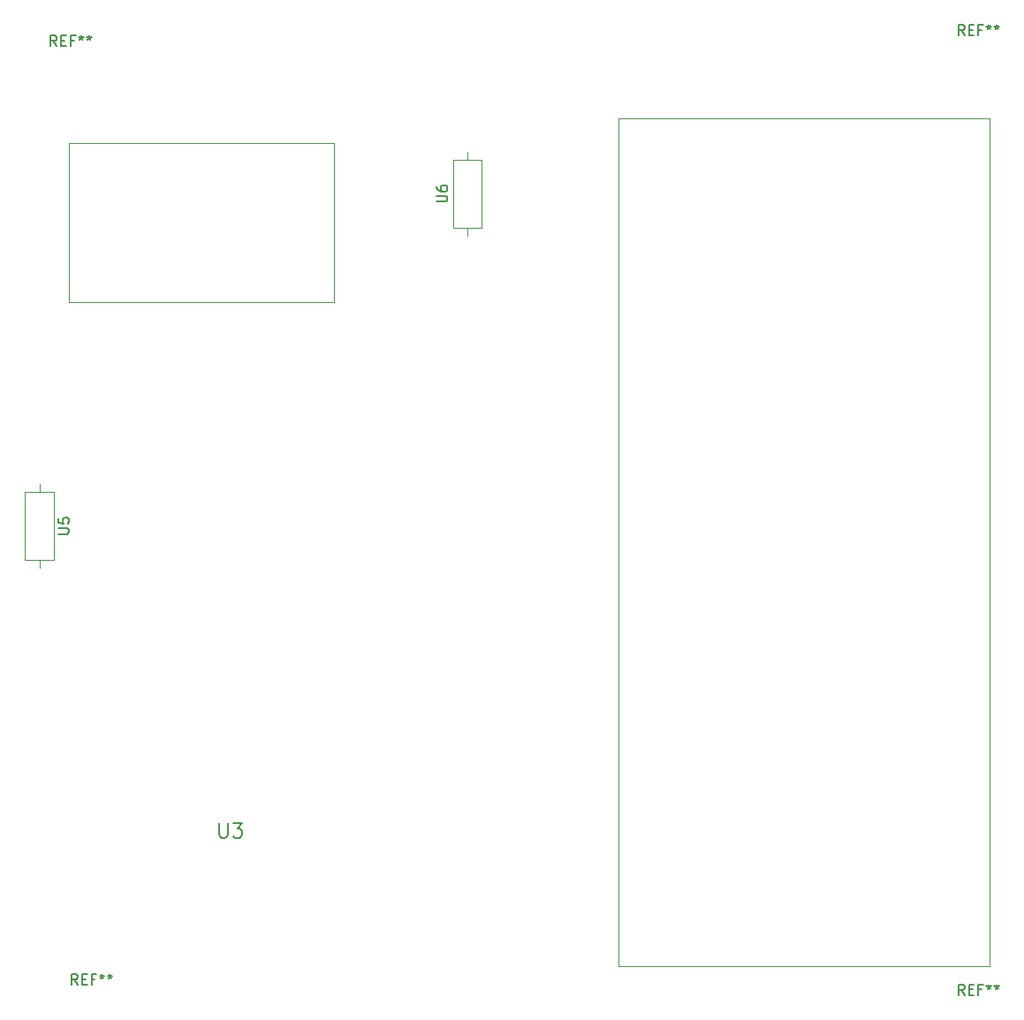
<source format=gbr>
%TF.GenerationSoftware,KiCad,Pcbnew,7.0.2*%
%TF.CreationDate,2023-05-09T10:18:56-04:00*%
%TF.ProjectId,port_alt,706f7274-5f61-46c7-942e-6b696361645f,rev?*%
%TF.SameCoordinates,Original*%
%TF.FileFunction,Legend,Top*%
%TF.FilePolarity,Positive*%
%FSLAX46Y46*%
G04 Gerber Fmt 4.6, Leading zero omitted, Abs format (unit mm)*
G04 Created by KiCad (PCBNEW 7.0.2) date 2023-05-09 10:18:56*
%MOMM*%
%LPD*%
G01*
G04 APERTURE LIST*
%ADD10C,0.150000*%
%ADD11C,0.100000*%
%ADD12C,0.120000*%
G04 APERTURE END LIST*
D10*
%TO.C,REF\u002A\u002A*%
X97666666Y-142962619D02*
X97333333Y-142486428D01*
X97095238Y-142962619D02*
X97095238Y-141962619D01*
X97095238Y-141962619D02*
X97476190Y-141962619D01*
X97476190Y-141962619D02*
X97571428Y-142010238D01*
X97571428Y-142010238D02*
X97619047Y-142057857D01*
X97619047Y-142057857D02*
X97666666Y-142153095D01*
X97666666Y-142153095D02*
X97666666Y-142295952D01*
X97666666Y-142295952D02*
X97619047Y-142391190D01*
X97619047Y-142391190D02*
X97571428Y-142438809D01*
X97571428Y-142438809D02*
X97476190Y-142486428D01*
X97476190Y-142486428D02*
X97095238Y-142486428D01*
X98095238Y-142438809D02*
X98428571Y-142438809D01*
X98571428Y-142962619D02*
X98095238Y-142962619D01*
X98095238Y-142962619D02*
X98095238Y-141962619D01*
X98095238Y-141962619D02*
X98571428Y-141962619D01*
X99333333Y-142438809D02*
X99000000Y-142438809D01*
X99000000Y-142962619D02*
X99000000Y-141962619D01*
X99000000Y-141962619D02*
X99476190Y-141962619D01*
X100000000Y-141962619D02*
X100000000Y-142200714D01*
X99761905Y-142105476D02*
X100000000Y-142200714D01*
X100000000Y-142200714D02*
X100238095Y-142105476D01*
X99857143Y-142391190D02*
X100000000Y-142200714D01*
X100000000Y-142200714D02*
X100142857Y-142391190D01*
X100761905Y-141962619D02*
X100761905Y-142200714D01*
X100523810Y-142105476D02*
X100761905Y-142200714D01*
X100761905Y-142200714D02*
X101000000Y-142105476D01*
X100619048Y-142391190D02*
X100761905Y-142200714D01*
X100761905Y-142200714D02*
X100904762Y-142391190D01*
X182666666Y-143962619D02*
X182333333Y-143486428D01*
X182095238Y-143962619D02*
X182095238Y-142962619D01*
X182095238Y-142962619D02*
X182476190Y-142962619D01*
X182476190Y-142962619D02*
X182571428Y-143010238D01*
X182571428Y-143010238D02*
X182619047Y-143057857D01*
X182619047Y-143057857D02*
X182666666Y-143153095D01*
X182666666Y-143153095D02*
X182666666Y-143295952D01*
X182666666Y-143295952D02*
X182619047Y-143391190D01*
X182619047Y-143391190D02*
X182571428Y-143438809D01*
X182571428Y-143438809D02*
X182476190Y-143486428D01*
X182476190Y-143486428D02*
X182095238Y-143486428D01*
X183095238Y-143438809D02*
X183428571Y-143438809D01*
X183571428Y-143962619D02*
X183095238Y-143962619D01*
X183095238Y-143962619D02*
X183095238Y-142962619D01*
X183095238Y-142962619D02*
X183571428Y-142962619D01*
X184333333Y-143438809D02*
X184000000Y-143438809D01*
X184000000Y-143962619D02*
X184000000Y-142962619D01*
X184000000Y-142962619D02*
X184476190Y-142962619D01*
X185000000Y-142962619D02*
X185000000Y-143200714D01*
X184761905Y-143105476D02*
X185000000Y-143200714D01*
X185000000Y-143200714D02*
X185238095Y-143105476D01*
X184857143Y-143391190D02*
X185000000Y-143200714D01*
X185000000Y-143200714D02*
X185142857Y-143391190D01*
X185761905Y-142962619D02*
X185761905Y-143200714D01*
X185523810Y-143105476D02*
X185761905Y-143200714D01*
X185761905Y-143200714D02*
X186000000Y-143105476D01*
X185619048Y-143391190D02*
X185761905Y-143200714D01*
X185761905Y-143200714D02*
X185904762Y-143391190D01*
%TO.C,U3*%
X111234333Y-127487666D02*
X111234333Y-128621000D01*
X111234333Y-128621000D02*
X111301000Y-128754333D01*
X111301000Y-128754333D02*
X111367666Y-128821000D01*
X111367666Y-128821000D02*
X111501000Y-128887666D01*
X111501000Y-128887666D02*
X111767666Y-128887666D01*
X111767666Y-128887666D02*
X111901000Y-128821000D01*
X111901000Y-128821000D02*
X111967666Y-128754333D01*
X111967666Y-128754333D02*
X112034333Y-128621000D01*
X112034333Y-128621000D02*
X112034333Y-127487666D01*
X112567667Y-127487666D02*
X113434333Y-127487666D01*
X113434333Y-127487666D02*
X112967667Y-128021000D01*
X112967667Y-128021000D02*
X113167667Y-128021000D01*
X113167667Y-128021000D02*
X113301000Y-128087666D01*
X113301000Y-128087666D02*
X113367667Y-128154333D01*
X113367667Y-128154333D02*
X113434333Y-128287666D01*
X113434333Y-128287666D02*
X113434333Y-128621000D01*
X113434333Y-128621000D02*
X113367667Y-128754333D01*
X113367667Y-128754333D02*
X113301000Y-128821000D01*
X113301000Y-128821000D02*
X113167667Y-128887666D01*
X113167667Y-128887666D02*
X112767667Y-128887666D01*
X112767667Y-128887666D02*
X112634333Y-128821000D01*
X112634333Y-128821000D02*
X112567667Y-128754333D01*
%TO.C,U6*%
X132092619Y-67921904D02*
X132902142Y-67921904D01*
X132902142Y-67921904D02*
X132997380Y-67874285D01*
X132997380Y-67874285D02*
X133045000Y-67826666D01*
X133045000Y-67826666D02*
X133092619Y-67731428D01*
X133092619Y-67731428D02*
X133092619Y-67540952D01*
X133092619Y-67540952D02*
X133045000Y-67445714D01*
X133045000Y-67445714D02*
X132997380Y-67398095D01*
X132997380Y-67398095D02*
X132902142Y-67350476D01*
X132902142Y-67350476D02*
X132092619Y-67350476D01*
X132092619Y-66445714D02*
X132092619Y-66636190D01*
X132092619Y-66636190D02*
X132140238Y-66731428D01*
X132140238Y-66731428D02*
X132187857Y-66779047D01*
X132187857Y-66779047D02*
X132330714Y-66874285D01*
X132330714Y-66874285D02*
X132521190Y-66921904D01*
X132521190Y-66921904D02*
X132902142Y-66921904D01*
X132902142Y-66921904D02*
X132997380Y-66874285D01*
X132997380Y-66874285D02*
X133045000Y-66826666D01*
X133045000Y-66826666D02*
X133092619Y-66731428D01*
X133092619Y-66731428D02*
X133092619Y-66540952D01*
X133092619Y-66540952D02*
X133045000Y-66445714D01*
X133045000Y-66445714D02*
X132997380Y-66398095D01*
X132997380Y-66398095D02*
X132902142Y-66350476D01*
X132902142Y-66350476D02*
X132664047Y-66350476D01*
X132664047Y-66350476D02*
X132568809Y-66398095D01*
X132568809Y-66398095D02*
X132521190Y-66445714D01*
X132521190Y-66445714D02*
X132473571Y-66540952D01*
X132473571Y-66540952D02*
X132473571Y-66731428D01*
X132473571Y-66731428D02*
X132521190Y-66826666D01*
X132521190Y-66826666D02*
X132568809Y-66874285D01*
X132568809Y-66874285D02*
X132664047Y-66921904D01*
%TO.C,REF\u002A\u002A*%
X182666666Y-51962619D02*
X182333333Y-51486428D01*
X182095238Y-51962619D02*
X182095238Y-50962619D01*
X182095238Y-50962619D02*
X182476190Y-50962619D01*
X182476190Y-50962619D02*
X182571428Y-51010238D01*
X182571428Y-51010238D02*
X182619047Y-51057857D01*
X182619047Y-51057857D02*
X182666666Y-51153095D01*
X182666666Y-51153095D02*
X182666666Y-51295952D01*
X182666666Y-51295952D02*
X182619047Y-51391190D01*
X182619047Y-51391190D02*
X182571428Y-51438809D01*
X182571428Y-51438809D02*
X182476190Y-51486428D01*
X182476190Y-51486428D02*
X182095238Y-51486428D01*
X183095238Y-51438809D02*
X183428571Y-51438809D01*
X183571428Y-51962619D02*
X183095238Y-51962619D01*
X183095238Y-51962619D02*
X183095238Y-50962619D01*
X183095238Y-50962619D02*
X183571428Y-50962619D01*
X184333333Y-51438809D02*
X184000000Y-51438809D01*
X184000000Y-51962619D02*
X184000000Y-50962619D01*
X184000000Y-50962619D02*
X184476190Y-50962619D01*
X185000000Y-50962619D02*
X185000000Y-51200714D01*
X184761905Y-51105476D02*
X185000000Y-51200714D01*
X185000000Y-51200714D02*
X185238095Y-51105476D01*
X184857143Y-51391190D02*
X185000000Y-51200714D01*
X185000000Y-51200714D02*
X185142857Y-51391190D01*
X185761905Y-50962619D02*
X185761905Y-51200714D01*
X185523810Y-51105476D02*
X185761905Y-51200714D01*
X185761905Y-51200714D02*
X186000000Y-51105476D01*
X185619048Y-51391190D02*
X185761905Y-51200714D01*
X185761905Y-51200714D02*
X185904762Y-51391190D01*
X95666666Y-52962619D02*
X95333333Y-52486428D01*
X95095238Y-52962619D02*
X95095238Y-51962619D01*
X95095238Y-51962619D02*
X95476190Y-51962619D01*
X95476190Y-51962619D02*
X95571428Y-52010238D01*
X95571428Y-52010238D02*
X95619047Y-52057857D01*
X95619047Y-52057857D02*
X95666666Y-52153095D01*
X95666666Y-52153095D02*
X95666666Y-52295952D01*
X95666666Y-52295952D02*
X95619047Y-52391190D01*
X95619047Y-52391190D02*
X95571428Y-52438809D01*
X95571428Y-52438809D02*
X95476190Y-52486428D01*
X95476190Y-52486428D02*
X95095238Y-52486428D01*
X96095238Y-52438809D02*
X96428571Y-52438809D01*
X96571428Y-52962619D02*
X96095238Y-52962619D01*
X96095238Y-52962619D02*
X96095238Y-51962619D01*
X96095238Y-51962619D02*
X96571428Y-51962619D01*
X97333333Y-52438809D02*
X97000000Y-52438809D01*
X97000000Y-52962619D02*
X97000000Y-51962619D01*
X97000000Y-51962619D02*
X97476190Y-51962619D01*
X98000000Y-51962619D02*
X98000000Y-52200714D01*
X97761905Y-52105476D02*
X98000000Y-52200714D01*
X98000000Y-52200714D02*
X98238095Y-52105476D01*
X97857143Y-52391190D02*
X98000000Y-52200714D01*
X98000000Y-52200714D02*
X98142857Y-52391190D01*
X98761905Y-51962619D02*
X98761905Y-52200714D01*
X98523810Y-52105476D02*
X98761905Y-52200714D01*
X98761905Y-52200714D02*
X99000000Y-52105476D01*
X98619048Y-52391190D02*
X98761905Y-52200714D01*
X98761905Y-52200714D02*
X98904762Y-52391190D01*
%TO.C,U5*%
X95832619Y-99761904D02*
X96642142Y-99761904D01*
X96642142Y-99761904D02*
X96737380Y-99714285D01*
X96737380Y-99714285D02*
X96785000Y-99666666D01*
X96785000Y-99666666D02*
X96832619Y-99571428D01*
X96832619Y-99571428D02*
X96832619Y-99380952D01*
X96832619Y-99380952D02*
X96785000Y-99285714D01*
X96785000Y-99285714D02*
X96737380Y-99238095D01*
X96737380Y-99238095D02*
X96642142Y-99190476D01*
X96642142Y-99190476D02*
X95832619Y-99190476D01*
X95832619Y-98238095D02*
X95832619Y-98714285D01*
X95832619Y-98714285D02*
X96308809Y-98761904D01*
X96308809Y-98761904D02*
X96261190Y-98714285D01*
X96261190Y-98714285D02*
X96213571Y-98619047D01*
X96213571Y-98619047D02*
X96213571Y-98380952D01*
X96213571Y-98380952D02*
X96261190Y-98285714D01*
X96261190Y-98285714D02*
X96308809Y-98238095D01*
X96308809Y-98238095D02*
X96404047Y-98190476D01*
X96404047Y-98190476D02*
X96642142Y-98190476D01*
X96642142Y-98190476D02*
X96737380Y-98238095D01*
X96737380Y-98238095D02*
X96785000Y-98285714D01*
X96785000Y-98285714D02*
X96832619Y-98380952D01*
X96832619Y-98380952D02*
X96832619Y-98619047D01*
X96832619Y-98619047D02*
X96785000Y-98714285D01*
X96785000Y-98714285D02*
X96737380Y-98761904D01*
D11*
%TO.C,U1*%
X149460000Y-59900000D02*
X185020000Y-59900000D01*
X185020000Y-59900000D02*
X185020000Y-141180000D01*
X185020000Y-141180000D02*
X149460000Y-141180000D01*
X149460000Y-141180000D02*
X149460000Y-59900000D01*
D12*
%TO.C,U6*%
X135000000Y-71200000D02*
X135000000Y-70430000D01*
X133630000Y-70430000D02*
X136370000Y-70430000D01*
X136370000Y-70430000D02*
X136370000Y-63890000D01*
X133630000Y-63890000D02*
X133630000Y-70430000D01*
X136370000Y-63890000D02*
X133630000Y-63890000D01*
X135000000Y-63120000D02*
X135000000Y-63890000D01*
D11*
%TO.C,U2*%
X96840000Y-77540000D02*
X122240000Y-77540000D01*
X122240000Y-77540000D02*
X122240000Y-62300000D01*
X122240000Y-62300000D02*
X96840000Y-62300000D01*
X96840000Y-62300000D02*
X96840000Y-77540000D01*
D12*
%TO.C,U5*%
X94000000Y-94960000D02*
X94000000Y-95730000D01*
X95370000Y-95730000D02*
X92630000Y-95730000D01*
X92630000Y-95730000D02*
X92630000Y-102270000D01*
X95370000Y-102270000D02*
X95370000Y-95730000D01*
X92630000Y-102270000D02*
X95370000Y-102270000D01*
X94000000Y-103040000D02*
X94000000Y-102270000D01*
%TD*%
M02*

</source>
